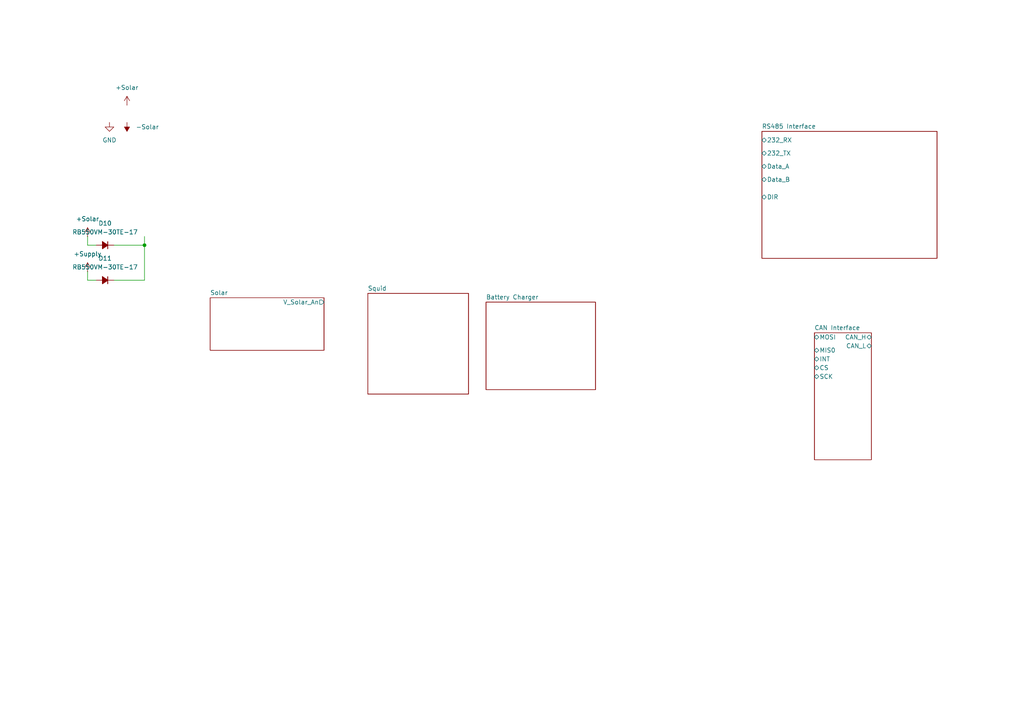
<source format=kicad_sch>
(kicad_sch (version 20250114) (generator "eeschema") (generator_version "9.0")
  (paper "A4")
  (lib_symbols
    (symbol "Device:D_Small_Filled" (pin_numbers (hide yes)) (pin_names (offset 0.254) (hide yes))
      (property "Reference" "D" (at -1.27 2.032 0))
      (property "Value" "D_Small_Filled" (at -3.81 -2.032 0))
      (symbol "D_Small_Filled_0_1"
        (polyline (pts (xy -0.762 0) (xy 0.762 0)))
        (polyline (pts (xy -0.762 -1.016) (xy -0.762 1.016)) (stroke (width 0.254)))
        (polyline (pts (xy 0.762 -1.016) (xy -0.762 0) (xy 0.762 1.016) (xy 0.762 -1.016)) (stroke (width 0.254)) (fill (type outline)))
      )
      (symbol "D_Small_Filled_1_1"
        (pin passive line (at -2.54 0 0) (length 1.778) (name "K") (number "1"))
        (pin passive line (at 2.54 0 180) (length 1.778) (name "A") (number "2"))
      )
    )
    (symbol "power:+BATT" (power) (pin_numbers (hide yes)) (pin_names (offset 0) (hide yes))
      (property "Value" "+BATT" (at 0 3.556 0))
      (symbol "+BATT_0_1"
        (polyline (pts (xy -0.762 1.27) (xy 0 2.54)))
        (polyline (pts (xy 0 2.54) (xy 0.762 1.27)))
        (polyline (pts (xy 0 0) (xy 0 2.54)))
      )
      (symbol "+BATT_1_1"
        (pin power_in line (at 0 0 90) (length 0) (name "~") (number "1"))
      )
    )
    (symbol "power:-BATT" (power) (pin_numbers (hide yes)) (pin_names (offset 0) (hide yes))
      (property "Value" "-BATT" (at 0 3.556 0))
      (symbol "-BATT_0_1"
        (polyline (pts (xy 0 0) (xy 0 2.54)))
        (polyline (pts (xy 0.762 1.27) (xy -0.762 1.27) (xy 0 2.54) (xy 0.762 1.27)) (fill (type outline)))
      )
      (symbol "-BATT_1_1"
        (pin power_in line (at 0 0 90) (length 0) (name "~") (number "1"))
      )
    )
    (symbol "power:GND" (power) (pin_numbers (hide yes)) (pin_names (offset 0) (hide yes))
      (property "Value" "GND" (at 0 -3.81 0))
      (symbol "GND_0_1"
        (polyline (pts (xy 0 0) (xy 0 -1.27) (xy 1.27 -1.27) (xy 0 -2.54) (xy -1.27 -1.27) (xy 0 -1.27)))
      )
      (symbol "GND_1_1"
        (pin power_in line (at 0 0 270) (length 0) (name "~") (number "1"))
      )
    )
  )
  (junction (at 41.91 71.12))
  (wire (pts (xy 25.4 71.12) (xy 27.94 71.12)))
  (wire (pts (xy 33.02 81.28) (xy 41.91 81.28)))
  (wire (pts (xy 25.4 68.58) (xy 25.4 71.12)))
  (wire (pts (xy 41.91 68.58) (xy 41.91 71.12)))
  (wire (pts (xy 25.4 78.74) (xy 25.4 81.28)))
  (wire (pts (xy 41.91 71.12) (xy 33.02 71.12)))
  (wire (pts (xy 25.4 81.28) (xy 27.94 81.28)))
  (wire (pts (xy 41.91 81.28) (xy 41.91 71.12)))
  (symbol (lib_id "power:GND") (at 31.75 35.56 0) (unit 1)
    (property "Reference" "#PWR026" (effects (hide yes)))
    (property "Value" "GND" (at 31.75 40.64 0))
    (property "Description" "Power symbol creates a global label with name \"GND\" , ground" (effects (hide yes)))
  )
  (symbol (lib_id "power:-BATT") (at 36.83 35.56 180) (unit 1)
    (property "Reference" "#PWR027" (effects (hide yes)))
    (property "Value" "-Solar" (at 39.37 36.8299 0) (effects (justify right)))
    (property "Description" "Power symbol creates a global label with name \"-Solar\"" (effects (hide yes)))
  )
  (symbol (lib_id "power:+BATT") (at 25.4 68.58 0) (unit 1)
    (property "Reference" "#PWR03" (effects (hide yes)))
    (property "Value" "+Solar" (at 25.4 63.5 0))
    (property "Description" "Power symbol creates a global label with name \"+Solar\"" (effects (hide yes)))
  )
  (symbol (lib_id "power:+BATT") (at 25.4 78.74 0) (unit 1)
    (property "Reference" "#PWR05" (effects (hide yes)))
    (property "Value" "+Supply" (at 25.4 73.66 0))
    (property "Description" "Power symbol creates a global label with name \"+Solar\"" (effects (hide yes)))
  )
  (symbol (lib_id "power:+BATT") (at 36.83 30.48 0) (unit 1)
    (property "Reference" "#PWR028" (effects (hide yes)))
    (property "Value" "+Solar" (at 36.83 25.4 0))
    (property "Description" "Power symbol creates a global label with name \"+Solar\"" (effects (hide yes)))
  )
  (symbol (lib_id "Device:D_Small_Filled") (at 30.48 81.28 180) (unit 1)
    (property "Reference" "D11" (at 30.48 74.93 0))
    (property "Value" "RB550VM-30TE-17" (at 30.48 77.47 0))
    (property "Footprint" "Diode_SMD:D_SOD-323_HandSoldering" (effects (hide yes)))
    (property "Description" "Diode, small symbol, filled shape" (effects (hide yes)))
    (property "Sim.Device" "D" (effects (hide yes)))
    (property "Sim.Pins" "1=K 2=A" (effects (hide yes)))
    (property "Farnell" "3407087" (effects (hide yes)))
  )
  (symbol (lib_id "Device:D_Small_Filled") (at 30.48 71.12 180) (unit 1)
    (property "Reference" "D10" (at 30.48 64.77 0))
    (property "Value" "RB550VM-30TE-17" (at 30.48 67.31 0))
    (property "Footprint" "Diode_SMD:D_SOD-323_HandSoldering" (effects (hide yes)))
    (property "Description" "Diode, small symbol, filled shape" (effects (hide yes)))
    (property "Sim.Device" "D" (effects (hide yes)))
    (property "Sim.Pins" "1=K 2=A" (effects (hide yes)))
    (property "Farnell" "3407087" (effects (hide yes)))
  )
  (sheet (at 140.97 87.63) (size 31.75 25.4) (stroke (width 0.1524))
    (property "Sheetname" "Battery Charger" (at 140.97 86.9184 0) (effects (justify left bottom)))
    (property "Sheetfile" "battery charger.kicad_sch" (effects (hide yes)))
  )
  (sheet (at 106.68 85.09) (size 29.21 29.21) (stroke (width 0.1524))
    (property "Sheetname" "Squid" (at 106.68 84.3784 0) (effects (justify left bottom)))
    (property "Sheetfile" "squid.kicad_sch" (effects (hide yes)))
  )
  (sheet (at 220.98 38.1) (size 50.8 36.83) (stroke (width 0.1524))
    (property "Sheetname" "RS485 Interface" (at 220.98 37.3884 0) (effects (justify left bottom)))
    (property "Sheetfile" "RS485.kicad_sch" (effects (hide yes)))
    (pin "232_RX" bidirectional (at 220.98 40.64 180))
    (pin "232_TX" bidirectional (at 220.98 44.45 180))
    (pin "Data_A" bidirectional (at 220.98 48.26 180))
    (pin "Data_B" bidirectional (at 220.98 52.07 180))
    (pin "DIR" bidirectional (at 220.98 57.15 180))
  )
  (sheet (at 60.96 86.36) (size 33.02 15.24) (stroke (width 0.1524))
    (property "Sheetname" "Solar" (at 60.96 85.6484 0) (effects (justify left bottom)))
    (property "Sheetfile" "solar.kicad_sch" (effects (hide yes)))
    (pin "V_Solar_An" output (at 93.98 87.63 0))
  )
  (sheet (at 236.22 96.52) (size 16.51 36.83) (stroke (width 0.1524))
    (property "Sheetname" "CAN Interface" (at 236.22 95.8084 0) (effects (justify left bottom)))
    (property "Sheetfile" "CAN Interface.kicad_sch" (effects (hide yes)))
    (pin "CAN_H" bidirectional (at 252.73 97.79 0))
    (pin "CAN_L" bidirectional (at 252.73 100.33 0))
    (pin "CS" bidirectional (at 236.22 106.68 180))
    (pin "INT" bidirectional (at 236.22 104.14 180))
    (pin "MIS0" bidirectional (at 236.22 101.6 180))
    (pin "MOSI" bidirectional (at 236.22 97.79 180))
    (pin "SCK" bidirectional (at 236.22 109.22 180))
  )
)
</source>
